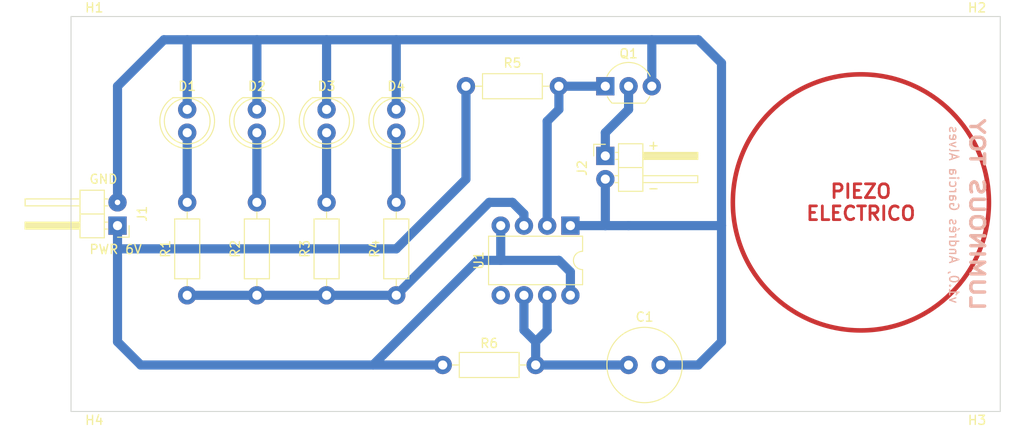
<source format=kicad_pcb>
(kicad_pcb (version 20211014) (generator pcbnew)
  (layers (0 "F.Cu" signal) (31 "B.Cu" signal) (34 "B.Paste" user) (35 "F.Paste" user) (36 "B.SilkS" user "B.Silkscreen") (37 "F.SilkS" user "F.Silkscreen") (38 "B.Mask" user) (39 "F.Mask" user) (44 "Edge.Cuts" user))
  (net 0 "")
  (net 2 "GND")
  (net 3 "Net-(D1-Pad2)")
  (net 4 "Net-(Q1-Pad1)")
  (net 5 "+6V")
  (net 6 "Net-(C1-Pad1)")
  (net 7 "Net-(D3-Pad2)")
  (net 8 "Net-(D4-Pad2)")
  (net 9 "Net-(D2-Pad2)")
  (net 10 "Net-(J2-Pad1)")
  (net 11 "Net-(R1-Pad1)")
  (footprint "Resistor_THT:R_Axial_DIN0207_L6.3mm_D2.5mm_P10.16mm_Horizontal" (layer "F.Cu") (at 147.32 96.52 180)
    (fp_text reference "R5" (at 5.08 2.54) (layer "F.SilkS"))
    (fp_text value "10k")
    (fp_line (start 1.04 0) (end 1.81 0) (layer "F.SilkS") (width 0.12))
    (fp_line (start 1.81 1.37) (end 8.35 1.37) (layer "F.SilkS") (width 0.12))
    (fp_line (start 8.35 -1.37) (end 1.81 -1.37) (layer "F.SilkS") (width 0.12))
    (fp_line (start 8.35 1.37) (end 8.35 -1.37) (layer "F.SilkS") (width 0.12))
    (fp_line (start 9.12 0) (end 8.35 0) (layer "F.SilkS") (width 0.12))
    (fp_line (start 1.81 -1.37) (end 1.81 1.37) (layer "F.SilkS") (width 0.12))
    (pad "1" thru_hole circle (at 0 0 180) (size 2 2) (drill 1) (layers *.Cu *.Mask) (net 4 "Net-(Q1-Pad1)"))
    (pad "2" thru_hole circle (at 10.16 0 180) (size 2 2) (drill 1) (layers *.Cu *.Mask) (net 5 "+6V"))
  )
  (footprint "LED_THT:LED_D5.0mm" (layer "F.Cu") (at 114.3 99.06 -90)
    (fp_text reference "D2" (at -2.54 0 180) (layer "F.SilkS"))
    (fp_text value "LED")
    (fp_line (start -1.29 -1.545) (end -1.29 1.545) (layer "F.SilkS") (width 0.12))
    (fp_arc (start -1.29 -1.54483) (mid 2.072002 -2.880433) (end 4.26 0.000462) (layer "F.SilkS") (width 0.12))
    (fp_arc (start 4.26 -0.000462) (mid 2.072002 2.880433) (end -1.29 1.54483) (layer "F.SilkS") (width 0.12))
    (fp_circle (center 1.27 0) (end 3.77 0) (layer "F.SilkS") (width 0.12) (fill none))
    (pad "1" thru_hole circle (at 0 0 270) (size 2 2) (drill 1) (layers *.Cu *.Mask) (net 2 "GND"))
    (pad "2" thru_hole circle (at 2.54 0 270) (size 2 2) (drill 1) (layers *.Cu *.Mask) (net 9 "Net-(D2-Pad2)"))
  )
  (footprint "MountingHole:MountingHole_2.5mm" (layer "F.Cu") (at 96.52 91.44)
    (fp_text reference "H1" (at 0 -3.5) (layer "F.SilkS"))
    (fp_text value "MountingHole")
    (pad "" np_thru_hole circle (at 0 0) (size 2.5 2.5) (drill 2.5) (layers *.Cu *.Mask))
  )
  (footprint "MountingHole:MountingHole_2.5mm" (layer "F.Cu") (at 96.52 129.54 180)
    (fp_text reference "H4" (at 0 -3.5) (layer "F.SilkS"))
    (fp_text value "MountingHole")
    (pad "" np_thru_hole circle (at 0 0 180) (size 2.5 2.5) (drill 2.5) (layers *.Cu *.Mask))
  )
  (footprint "Resistor_THT:R_Axial_DIN0207_L6.3mm_D2.5mm_P10.16mm_Horizontal" (layer "F.Cu") (at 121.92 119.38 90)
    (fp_text reference "R3" (at 5.08 -2.37 90) (layer "F.SilkS"))
    (fp_text value "330")
    (fp_line (start 9.12 0) (end 8.35 0) (layer "F.SilkS") (width 0.12))
    (fp_line (start 1.81 -1.37) (end 1.81 1.37) (layer "F.SilkS") (width 0.12))
    (fp_line (start 1.81 1.37) (end 8.35 1.37) (layer "F.SilkS") (width 0.12))
    (fp_line (start 8.35 1.37) (end 8.35 -1.37) (layer "F.SilkS") (width 0.12))
    (fp_line (start 1.04 0) (end 1.81 0) (layer "F.SilkS") (width 0.12))
    (fp_line (start 8.35 -1.37) (end 1.81 -1.37) (layer "F.SilkS") (width 0.12))
    (pad "1" thru_hole circle (at 0 0 90) (size 2 2) (drill 1) (layers *.Cu *.Mask) (net 11 "Net-(R1-Pad1)"))
    (pad "2" thru_hole circle (at 10.16 0 90) (size 2 2) (drill 1) (layers *.Cu *.Mask) (net 7 "Net-(D3-Pad2)"))
  )
  (footprint "Resistor_THT:R_Axial_DIN0207_L6.3mm_D2.5mm_P10.16mm_Horizontal" (layer "F.Cu") (at 114.3 119.38 90)
    (fp_text reference "R2" (at 5.08 -2.37 90) (layer "F.SilkS"))
    (fp_text value "330")
    (fp_line (start 8.35 1.37) (end 8.35 -1.37) (layer "F.SilkS") (width 0.12))
    (fp_line (start 9.12 0) (end 8.35 0) (layer "F.SilkS") (width 0.12))
    (fp_line (start 1.81 -1.37) (end 1.81 1.37) (layer "F.SilkS") (width 0.12))
    (fp_line (start 1.04 0) (end 1.81 0) (layer "F.SilkS") (width 0.12))
    (fp_line (start 1.81 1.37) (end 8.35 1.37) (layer "F.SilkS") (width 0.12))
    (fp_line (start 8.35 -1.37) (end 1.81 -1.37) (layer "F.SilkS") (width 0.12))
    (pad "1" thru_hole circle (at 0 0 90) (size 2 2) (drill 1) (layers *.Cu *.Mask) (net 11 "Net-(R1-Pad1)"))
    (pad "2" thru_hole circle (at 10.16 0 90) (size 2 2) (drill 1) (layers *.Cu *.Mask) (net 9 "Net-(D2-Pad2)"))
  )
  (footprint "Package_TO_SOT_THT:TO-92_Inline_Wide" (layer "F.Cu") (at 152.4 96.52)
    (fp_text reference "Q1" (at 2.54 -3.56) (layer "F.SilkS"))
    (fp_text value "BC547")
    (fp_line (start 0.74 1.85) (end 4.34 1.85) (layer "F.SilkS") (width 0.12))
    (fp_arc (start 0.1836 -1.098807) (mid 1.143021 -2.192817) (end 2.54 -2.6) (layer "F.SilkS") (width 0.12))
    (fp_arc (start 4.864184 1.122795) (mid 4.633903 1.509328) (end 4.34 1.85) (layer "F.SilkS") (width 0.12))
    (fp_arc (start 2.54 -2.6) (mid 3.936979 -2.192818) (end 4.8964 -1.098807) (layer "F.SilkS") (width 0.12))
    (fp_arc (start 0.74 1.85) (mid 0.446097 1.509328) (end 0.215816 1.122795) (layer "F.SilkS") (width 0.12))
    (pad "1" thru_hole rect (at 0 0) (size 2 2) (drill 1) (layers *.Cu *.Mask) (net 4 "Net-(Q1-Pad1)"))
    (pad "2" thru_hole circle (at 2.54 0) (size 2 2) (drill 1) (layers *.Cu *.Mask) (net 10 "Net-(J2-Pad1)"))
    (pad "3" thru_hole circle (at 5.08 0) (size 2 2) (drill 1) (layers *.Cu *.Mask) (net 2 "GND"))
  )
  (footprint "LED_THT:LED_D5.0mm" (layer "F.Cu") (at 121.92 99.06 -90)
    (fp_text reference "D3" (at -2.54 0 180) (layer "F.SilkS"))
    (fp_text value "LED")
    (fp_line (start -1.29 -1.545) (end -1.29 1.545) (layer "F.SilkS") (width 0.12))
    (fp_arc (start -1.29 -1.54483) (mid 2.072002 -2.880433) (end 4.26 0.000462) (layer "F.SilkS") (width 0.12))
    (fp_arc (start 4.26 -0.000462) (mid 2.072002 2.880433) (end -1.29 1.54483) (layer "F.SilkS") (width 0.12))
    (fp_circle (center 1.27 0) (end 3.77 0) (layer "F.SilkS") (width 0.12) (fill none))
    (pad "1" thru_hole circle (at 0 0 270) (size 2 2) (drill 1) (layers *.Cu *.Mask) (net 2 "GND"))
    (pad "2" thru_hole circle (at 2.54 0 270) (size 2 2) (drill 1) (layers *.Cu *.Mask) (net 7 "Net-(D3-Pad2)"))
  )
  (footprint "Connector_PinHeader_2.54mm:PinHeader_1x02_P2.54mm_Horizontal" (layer "F.Cu") (at 99.06 111.76 180)
    (fp_text reference "J1" (at -2.7 1.3 270) (layer "F.SilkS"))
    (fp_text value "POWER")
    (fp_line (start 10.1 2.92) (end 4.1 2.92) (layer "F.SilkS") (width 0.12))
    (fp_line (start 4.1 0.16) (end 10.1 0.16) (layer "F.SilkS") (width 0.12))
    (fp_line (start 10.1 2.16) (end 10.1 2.92) (layer "F.SilkS") (width 0.12))
    (fp_line (start 4.1 0.28) (end 10.1 0.28) (layer "F.SilkS") (width 0.12))
    (fp_line (start 4.1 2.16) (end 10.1 2.16) (layer "F.SilkS") (width 0.12))
    (fp_line (start -1.27 0) (end -1.27 -1.27) (layer "F.SilkS") (width 0.12))
    (fp_line (start 1.44 -1.33) (end 1.44 3.87) (layer "F.SilkS") (width 0.12))
    (fp_line (start 10.1 0.38) (end 4.1 0.38) (layer "F.SilkS") (width 0.12))
    (fp_line (start 4.1 0.04) (end 10.1 0.04) (layer "F.SilkS") (width 0.12))
    (fp_line (start 1.11 -0.38) (end 1.44 -0.38) (layer "F.SilkS") (width 0.12))
    (fp_line (start 4.1 -0.2) (end 10.1 -0.2) (layer "F.SilkS") (width 0.12))
    (fp_line (start 1.44 3.87) (end 4.1 3.87) (layer "F.SilkS") (width 0.12))
    (fp_line (start 4.1 -0.32) (end 10.1 -0.32) (layer "F.SilkS") (width 0.12))
    (fp_line (start 1.44 1.27) (end 4.1 1.27) (layer "F.SilkS") (width 0.12))
    (fp_line (start 1.042929 2.92) (end 1.44 2.92) (layer "F.SilkS") (width 0.12))
    (fp_line (start 4.1 -0.38) (end 10.1 -0.38) (layer "F.SilkS") (width 0.12))
    (fp_line (start 4.1 3.87) (end 4.1 -1.33) (layer "F.SilkS") (width 0.12))
    (fp_line (start 10.1 -0.38) (end 10.1 0.38) (layer "F.SilkS") (width 0.12))
    (fp_line (start -1.27 -1.27) (end 0 -1.27) (layer "F.SilkS") (width 0.12))
    (fp_line (start 4.1 -1.33) (end 1.44 -1.33) (layer "F.SilkS") (width 0.12))
    (fp_line (start 1.11 0.38) (end 1.44 0.38) (layer "F.SilkS") (width 0.12))
    (fp_line (start 1.042929 2.16) (end 1.44 2.16) (layer "F.SilkS") (width 0.12))
    (fp_line (start 4.1 -0.08) (end 10.1 -0.08) (layer "F.SilkS") (width 0.12))
    (pad "1" thru_hole rect (at 0 0 180) (size 2 2) (drill 1) (layers *.Cu *.Mask) (net 5 "+6V"))
    (pad "2" thru_hole circle (at 0 2.54 180) (size 2 2) (drill 0.6) (layers *.Cu *.Mask) (net 2 "GND"))
  )
  (footprint "Resistor_THT:R_Axial_DIN0207_L6.3mm_D2.5mm_P10.16mm_Horizontal" (layer "F.Cu") (at 106.68 119.38 90)
    (fp_text reference "R1" (at 5.08 -2.37 90) (layer "F.SilkS"))
    (fp_text value "330")
    (fp_line (start 1.81 1.37) (end 8.35 1.37) (layer "F.SilkS") (width 0.12))
    (fp_line (start 1.81 -1.37) (end 1.81 1.37) (layer "F.SilkS") (width 0.12))
    (fp_line (start 8.35 1.37) (end 8.35 -1.37) (layer "F.SilkS") (width 0.12))
    (fp_line (start 9.12 0) (end 8.35 0) (layer "F.SilkS") (width 0.12))
    (fp_line (start 1.04 0) (end 1.81 0) (layer "F.SilkS") (width 0.12))
    (fp_line (start 8.35 -1.37) (end 1.81 -1.37) (layer "F.SilkS") (width 0.12))
    (pad "1" thru_hole circle (at 0 0 90) (size 2 2) (drill 1) (layers *.Cu *.Mask) (net 11 "Net-(R1-Pad1)"))
    (pad "2" thru_hole circle (at 10.16 0 90) (size 2 2) (drill 1) (layers *.Cu *.Mask) (net 3 "Net-(D1-Pad2)"))
  )
  (footprint "Resistor_THT:R_Axial_DIN0207_L6.3mm_D2.5mm_P10.16mm_Horizontal" (layer "F.Cu") (at 129.54 119.38 90)
    (fp_text reference "R4" (at 5.08 -2.37 90) (layer "F.SilkS"))
    (fp_text value "330")
    (fp_line (start 1.81 1.37) (end 8.35 1.37) (layer "F.SilkS") (width 0.12))
    (fp_line (start 8.35 1.37) (end 8.35 -1.37) (layer "F.SilkS") (width 0.12))
    (fp_line (start 9.12 0) (end 8.35 0) (layer "F.SilkS") (width 0.12))
    (fp_line (start 1.04 0) (end 1.81 0) (layer "F.SilkS") (width 0.12))
    (fp_line (start 1.81 -1.37) (end 1.81 1.37) (layer "F.SilkS") (width 0.12))
    (fp_line (start 8.35 -1.37) (end 1.81 -1.37) (layer "F.SilkS") (width 0.12))
    (pad "1" thru_hole circle (at 0 0 90) (size 2 2) (drill 1) (layers *.Cu *.Mask) (net 11 "Net-(R1-Pad1)"))
    (pad "2" thru_hole circle (at 10.16 0 90) (size 2 2) (drill 1) (layers *.Cu *.Mask "Dwgs.User") (net 8 "Net-(D4-Pad2)"))
  )
  (footprint "LED_THT:LED_D5.0mm" (layer "F.Cu") (at 129.54 99.06 -90)
    (fp_text reference "D4" (at -2.54 0 180) (layer "F.SilkS"))
    (fp_text value "LED")
    (fp_line (start -1.29 -1.545) (end -1.29 1.545) (layer "F.SilkS") (width 0.12))
    (fp_arc (start -1.29 -1.54483) (mid 2.072002 -2.880433) (end 4.26 0.000462) (layer "F.SilkS") (width 0.12))
    (fp_arc (start 4.26 -0.000462) (mid 2.072002 2.880433) (end -1.29 1.54483) (layer "F.SilkS") (width 0.12))
    (fp_circle (center 1.27 0) (end 3.77 0) (layer "F.SilkS") (width 0.12) (fill none))
    (pad "1" thru_hole circle (at 0 0 270) (size 2 2) (drill 1) (layers *.Cu *.Mask) (net 2 "GND"))
    (pad "2" thru_hole circle (at 2.54 0 270) (size 2 2) (drill 1) (layers *.Cu "B.Mask") (net 8 "Net-(D4-Pad2)"))
  )
  (footprint "Capacitor_THT:C_Radial_D8.0mm_H11.5mm_P3.50mm" (layer "F.Cu") (at 154.94 127)
    (fp_text reference "C1" (at 1.75 -5.25) (layer "F.SilkS"))
    (fp_text value "100uF")
    (fp_circle (center 1.75 0) (end 5.87 0) (layer "F.SilkS") (width 0.12) (fill none))
    (pad "1" thru_hole circle (at 0 0) (size 2 2) (drill 1) (layers *.Cu *.Mask) (net 6 "Net-(C1-Pad1)"))
    (pad "2" thru_hole circle (at 3.5 0) (size 2 2) (drill 1) (layers *.Cu *.Mask) (net 2 "GND"))
  )
  (footprint "MountingHole:MountingHole_2.5mm" (layer "F.Cu") (at 193.04 91.44)
    (fp_text reference "H2" (at 0 -3.5) (layer "F.SilkS"))
    (fp_text value "MountingHole")
    (pad "" np_thru_hole circle (at 0 0) (size 2.5 2.5) (drill 2.5) (layers *.Cu *.Mask))
  )
  (footprint "Connector_PinHeader_2.54mm:PinHeader_1x02_P2.54mm_Horizontal" (layer "F.Cu") (at 152.4 104.14)
    (fp_text reference "J2" (at -2.54 1.32 90) (layer "F.SilkS"))
    (fp_text value "PIEZO")
    (fp_line (start 1.44 3.87) (end 4.1 3.87) (layer "F.SilkS") (width 0.12))
    (fp_line (start 4.1 -1.33) (end 1.44 -1.33) (layer "F.SilkS") (width 0.12))
    (fp_line (start 10.1 0.38) (end 4.1 0.38) (layer "F.SilkS") (width 0.12))
    (fp_line (start 4.1 3.87) (end 4.1 -1.33) (layer "F.SilkS") (width 0.12))
    (fp_line (start 10.1 -0.38) (end 10.1 0.38) (layer "F.SilkS") (width 0.12))
    (fp_line (start 4.1 -0.08) (end 10.1 -0.08) (layer "F.SilkS") (width 0.12))
    (fp_line (start 4.1 -0.32) (end 10.1 -0.32) (layer "F.SilkS") (width 0.12))
    (fp_line (start 10.1 2.16) (end 10.1 2.92) (layer "F.SilkS") (width 0.12))
    (fp_line (start 1.042929 2.16) (end 1.44 2.16) (layer "F.SilkS") (width 0.12))
    (fp_line (start 4.1 2.16) (end 10.1 2.16) (layer "F.SilkS") (width 0.12))
    (fp_line (start 4.1 -0.2) (end 10.1 -0.2) (layer "F.SilkS") (width 0.12))
    (fp_line (start -1.27 0) (end -1.27 -1.27) (layer "F.SilkS") (width 0.12))
    (fp_line (start -1.27 -1.27) (end 0 -1.27) (layer "F.SilkS") (width 0.12))
    (fp_line (start 1.042929 2.92) (end 1.44 2.92) (layer "F.SilkS") (width 0.12))
    (fp_line (start 4.1 0.16) (end 10.1 0.16) (layer "F.SilkS") (width 0.12))
    (fp_line (start 1.11 0.38) (end 1.44 0.38) (layer "F.SilkS") (width 0.12))
    (fp_line (start 1.44 1.27) (end 4.1 1.27) (layer "F.SilkS") (width 0.12))
    (fp_line (start 4.1 0.28) (end 10.1 0.28) (layer "F.SilkS") (width 0.12))
    (fp_line (start 1.44 -1.33) (end 1.44 3.87) (layer "F.SilkS") (width 0.12))
    (fp_line (start 4.1 -0.38) (end 10.1 -0.38) (layer "F.SilkS") (width 0.12))
    (fp_line (start 4.1 0.04) (end 10.1 0.04) (layer "F.SilkS") (width 0.12))
    (fp_line (start 10.1 2.92) (end 4.1 2.92) (layer "F.SilkS") (width 0.12))
    (fp_line (start 1.11 -0.38) (end 1.44 -0.38) (layer "F.SilkS") (width 0.12))
    (pad "1" thru_hole rect (at 0 0) (size 2 2) (drill 1) (layers *.Cu *.Mask) (net 10 "Net-(J2-Pad1)"))
    (pad "2" thru_hole oval (at 0 2.54) (size 2 2) (drill 1) (layers *.Cu *.Mask) (net 2 "GND"))
  )
  (footprint "MountingHole:MountingHole_2.5mm" (layer "F.Cu") (at 193.04 129.54 180)
    (fp_text reference "H3" (at 0 -3.5) (layer "F.SilkS"))
    (fp_text value "MountingHole")
    (pad "" np_thru_hole circle (at 0 0 180) (size 2.5 2.5) (drill 2.5) (layers *.Cu *.Mask))
  )
  (footprint "Resistor_THT:R_Axial_DIN0207_L6.3mm_D2.5mm_P10.16mm_Horizontal" (layer "F.Cu") (at 134.62 127)
    (fp_text reference "R6" (at 5.08 -2.37) (layer "F.SilkS"))
    (fp_text value "100k")
    (fp_line (start 1.81 1.37) (end 8.35 1.37) (layer "F.SilkS") (width 0.12))
    (fp_line (start 8.35 1.37) (end 8.35 -1.37) (layer "F.SilkS") (width 0.12))
    (fp_line (start 9.12 0) (end 8.35 0) (layer "F.SilkS") (width 0.12))
    (fp_line (start 8.35 -1.37) (end 1.81 -1.37) (layer "F.SilkS") (width 0.12))
    (fp_line (start 1.81 -1.37) (end 1.81 1.37) (layer "F.SilkS") (width 0.12))
    (fp_line (start 1.04 0) (end 1.81 0) (layer "F.SilkS") (width 0.12))
    (pad "1" thru_hole circle (at 0 0) (size 2 2) (drill 1) (layers *.Cu *.Mask) (net 5 "+6V"))
    (pad "2" thru_hole circle (at 10.16 0) (size 2 2) (drill 1) (layers *.Cu *.Mask) (net 6 "Net-(C1-Pad1)"))
  )
  (footprint "Package_DIP:DIP-8_W7.62mm" (layer "F.Cu") (at 148.58 111.76 -90)
    (fp_text reference "U1" (at 3.81 10.02 90) (layer "F.SilkS"))
    (fp_text value "NE555P")
    (fp_line (start 1.16 8.95) (end 6.46 8.95) (layer "F.SilkS") (width 0.12))
    (fp_line (start 6.46 8.95) (end 6.46 -1.33) (layer "F.SilkS") (width 0.12))
    (fp_line (start 2.81 -1.33) (end 1.16 -1.33) (layer "F.SilkS") (width 0.12))
    (fp_line (start 6.46 -1.33) (end 4.81 -1.33) (layer "F.SilkS") (width 0.12))
    (fp_line (start 1.16 -1.33) (end 1.16 8.95) (layer "F.SilkS") (width 0.12))
    (fp_arc (start 4.81 -1.33) (mid 3.81 -0.33) (end 2.81 -1.33) (layer "F.SilkS") (width 0.12))
    (pad "1" thru_hole rect (at 0 0 270) (size 2 2) (drill 1) (layers *.Cu *.Mask) (net 2 "GND"))
    (pad "2" thru_hole circle (at 0 2.54 270) (size 2 2) (drill 1) (layers *.Cu *.Mask) (net 4 "Net-(Q1-Pad1)"))
    (pad "3" thru_hole circle (at 0 5.08 270) (size 2 2) (drill 1) (layers *.Cu *.Mask) (net 11 "Net-(R1-Pad1)"))
    (pad "4" thru_hole circle (at 0 7.62 270) (size 2 2) (drill 1) (layers *.Cu *.Mask) (net 5 "+6V"))
    (pad "5" thru_hole circle (at 7.62 7.62 270) (size 2 2) (drill 1) (layers *.Cu *.Mask))
    (pad "6" thru_hole circle (at 7.62 5.08 270) (size 2 2) (drill 1) (layers *.Cu *.Mask) (net 6 "Net-(C1-Pad1)"))
    (pad "7" thru_hole circle (at 7.62 2.54 270) (size 2 2) (drill 1) (layers *.Cu *.Mask) (net 6 "Net-(C1-Pad1)"))
    (pad "8" thru_hole circle (at 7.62 0 270) (size 2 2) (drill 1) (layers *.Cu *.Mask) (net 5 "+6V"))
  )
  (footprint "LED_THT:LED_D5.0mm" (layer "F.Cu") (at 106.68 99.06 -90)
    (fp_text reference "D1" (at -2.54 0 180) (layer "F.SilkS"))
    (fp_text value "LED")
    (fp_line (start -1.29 -1.545) (end -1.29 1.545) (layer "F.SilkS") (width 0.12))
    (fp_arc (start -1.29 -1.54483) (mid 2.072002 -2.880433) (end 4.26 0.000462) (layer "F.SilkS") (width 0.12))
    (fp_arc (start 4.26 -0.000462) (mid 2.072002 2.880433) (end -1.29 1.54483) (layer "F.SilkS") (width 0.12))
    (fp_circle (center 1.27 0) (end 3.77 0) (layer "F.SilkS") (width 0.12) (fill none))
    (pad "1" thru_hole circle (at 0 0 270) (size 2 2) (drill 1) (layers *.Cu *.Mask) (net 2 "GND"))
    (pad "2" thru_hole circle (at 2.54 0 270) (size 2 2) (drill 1) (layers *.Cu *.Mask) (net 3 "Net-(D1-Pad2)"))
  )
  (gr_circle (center 180.34 109.22) (end 194.34 109.22) (layer "F.Cu") (width 0.5) (fill none))
  (gr_line (start 195.58 88.9) (end 195.58 132.08) (layer "Edge.Cuts") (width 0.1))
  (gr_line (start 195.58 132.08) (end 93.98 132.08) (layer "Edge.Cuts") (width 0.1))
  (gr_line (start 93.98 88.9) (end 195.58 88.9) (layer "Edge.Cuts") (width 0.1))
  (gr_line (start 93.98 88.9) (end 93.98 132.08) (layer "Edge.Cuts") (width 0.1))
  (gr_text "PIEZO\nELECTRICO" (at 180.34 109.22) (layer "F.Cu") (effects (font (size 1.5 1.5) (thickness 0.3))))
  (gr_text "LUMINOUS TOY" (at 193.04 110.56 270) (layer "B.SilkS") (effects (font (size 1.5 1.9) (thickness 0.375)) (justify mirror)))
  (gr_text "v1.0, Andrés Garcia Alves" (at 190.5 110.56 270) (layer "B.SilkS") (effects (font (size 1 1)) (justify mirror)))
  (gr_text "PWR 6V" (at 95.9 114.36) (layer "F.SilkS") (effects (font (size 1 1)) (justify left)))
  (gr_text "-" (at 157.66 107.66) (layer "F.SilkS") (effects (font (size 1 1))))
  (gr_text "+" (at 157.66 102.96) (layer "F.SilkS") (effects (font (size 1 1))))
  (gr_text "GND" (at 95.9 106.68) (layer "F.SilkS") (effects (font (size 1 1)) (justify left)))
  (segment (start 106.68 99.06) (end 106.68 91.44) (width 1) (layer "B.Cu") (net 2))
  (segment (start 157.48 96.52) (end 157.48 91.44) (width 1) (layer "B.Cu") (net 2))
  (segment (start 165.1 111.76) (end 165.1 93.98) (width 1) (layer "B.Cu") (net 2))
  (segment (start 148.58 111.76) (end 152.4 111.76) (width 1) (layer "B.Cu") (net 2))
  (segment (start 114.3 99.06) (end 114.3 91.44) (width 1) (layer "B.Cu") (net 2))
  (segment (start 152.4 111.76) (end 154.94 111.76) (width 1) (layer "B.Cu") (net 2))
  (segment (start 99.06 96.52) (end 99.06 109.22) (width 1) (layer "B.Cu") (net 2))
  (segment (start 154.94 111.76) (end 165.1 111.76) (width 1) (layer "B.Cu") (net 2))
  (segment (start 162.56 127) (end 165.1 124.46) (width 1) (layer "B.Cu") (net 2))
  (segment (start 152.4 106.68) (end 152.4 111.76) (width 1) (layer "B.Cu") (net 2))
  (segment (start 121.92 99.06) (end 121.92 91.44) (width 1) (layer "B.Cu") (net 2))
  (segment (start 99.06 96.52) (end 104.14 91.44) (width 1) (layer "B.Cu") (net 2))
  (segment (start 162.56 127) (end 158.44 127) (width 1) (layer "B.Cu") (net 2))
  (segment (start 165.1 124.46) (end 165.1 111.76) (width 1) (layer "B.Cu") (net 2))
  (segment (start 165.1 93.98) (end 162.56 91.44) (width 1) (layer "B.Cu") (net 2))
  (segment (start 129.54 99.06) (end 129.54 91.44) (width 1) (layer "B.Cu") (net 2))
  (segment (start 162.56 91.44) (end 104.14 91.44) (width 1) (layer "B.Cu") (net 2))
  (segment (start 106.68 101.6) (end 106.68 109.22) (width 1) (layer "B.Cu") (net 3))
  (segment (start 147.32 96.52) (end 152.4 96.52) (width 1) (layer "B.Cu") (net 4))
  (segment (start 147.32 99.06) (end 147.32 96.52) (width 1) (layer "B.Cu") (net 4))
  (segment (start 146.04 100.34) (end 147.32 99.06) (width 1) (layer "B.Cu") (net 4))
  (segment (start 146.04 111.76) (end 146.04 100.34) (width 1) (layer "B.Cu") (net 4))
  (segment (start 99.06 124.46) (end 101.6 127) (width 1) (layer "B.Cu") (net 5))
  (segment (start 137.16 106.68) (end 137.16 96.52) (width 1) (layer "B.Cu") (net 5))
  (segment (start 148.58 119.38) (end 148.58 116.82) (width 1) (layer "B.Cu") (net 5))
  (segment (start 148.58 116.82) (end 147.32 115.56) (width 1) (layer "B.Cu") (net 5))
  (segment (start 140.96 111.76) (end 140.96 115.56) (width 1) (layer "B.Cu") (net 5))
  (segment (start 147.32 115.56) (end 140.96 115.56) (width 1) (layer "B.Cu") (net 5))
  (segment (start 99.06 111.76) (end 99.06 124.46) (width 1) (layer "B.Cu") (net 5))
  (segment (start 127 127) (end 134.62 127) (width 1) (layer "B.Cu") (net 5))
  (segment (start 140.96 115.56) (end 138.44 115.56) (width 1) (layer "B.Cu") (net 5))
  (segment (start 129.54 114.3) (end 99.06 114.3) (width 1) (layer "B.Cu") (net 5))
  (segment (start 138.44 115.56) (end 127 127) (width 1) (layer "B.Cu") (net 5))
  (segment (start 129.54 114.3) (end 137.16 106.68) (width 1) (layer "B.Cu") (net 5))
  (segment (start 101.6 127) (end 127 127) (width 1) (layer "B.Cu") (net 5))
  (segment (start 143.5 123.18) (end 144.78 124.46) (width 1) (layer "B.Cu") (net 6))
  (segment (start 143.5 119.38) (end 143.5 123.18) (width 1) (layer "B.Cu") (net 6))
  (segment (start 144.78 127) (end 144.78 124.46) (width 1) (layer "B.Cu") (net 6))
  (segment (start 154.94 127) (end 144.78 127) (width 1) (layer "B.Cu") (net 6))
  (segment (start 144.78 124.46) (end 146.04 123.2) (width 1) (layer "B.Cu") (net 6))
  (segment (start 146.04 123.2) (end 146.04 119.38) (width 1) (layer "B.Cu") (net 6))
  (segment (start 121.92 101.6) (end 121.92 109.22) (width 1) (layer "B.Cu") (net 7))
  (segment (start 129.54 101.6) (end 129.54 109.22) (width 1) (layer "B.Cu") (net 8))
  (segment (start 114.3 101.6) (end 114.3 109.22) (width 1) (layer "B.Cu") (net 9))
  (segment (start 154.94 99.06) (end 154.94 96.52) (width 1) (layer "B.Cu") (net 10))
  (segment (start 152.4 101.6) (end 154.94 99.06) (width 1) (layer "B.Cu") (net 10))
  (segment (start 152.4 101.6) (end 152.4 104.14) (width 1) (layer "B.Cu") (net 10))
  (segment (start 106.68 119.38) (end 129.54 119.38) (width 1) (layer "B.Cu") (net 11))
  (segment (start 142.24 109.22) (end 139.7 109.22) (width 1) (layer "B.Cu") (net 11))
  (segment (start 143.5 111.76) (end 143.5 110.48) (width 1) (layer "B.Cu") (net 11))
  (segment (start 139.7 109.22) (end 129.54 119.38) (width 1) (layer "B.Cu") (net 11))
  (segment (start 143.5 110.48) (end 142.24 109.22) (width 1) (layer "B.Cu") (net 11))
)
</source>
